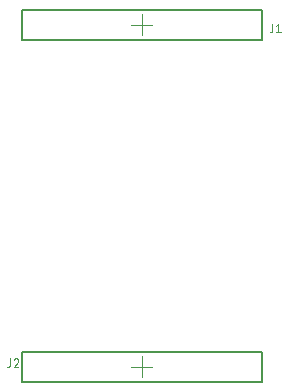
<source format=gto>
G75*
%MOIN*%
%OFA0B0*%
%FSLAX25Y25*%
%IPPOS*%
%LPD*%
%AMOC8*
5,1,8,0,0,1.08239X$1,22.5*
%
%ADD10C,0.00500*%
%ADD11C,0.00200*%
%ADD12C,0.00000*%
D10*
X0086500Y0002000D02*
X0166500Y0002000D01*
X0166500Y0012000D01*
X0086500Y0012000D01*
X0086500Y0002000D01*
X0086500Y0116000D02*
X0166500Y0116000D01*
X0166500Y0126000D01*
X0086500Y0126000D01*
X0086500Y0116000D01*
D11*
X0081911Y0007100D02*
X0081600Y0007100D01*
X0081911Y0007100D02*
X0081960Y0007102D01*
X0082008Y0007108D01*
X0082056Y0007117D01*
X0082103Y0007130D01*
X0082149Y0007147D01*
X0082193Y0007168D01*
X0082236Y0007192D01*
X0082277Y0007219D01*
X0082315Y0007249D01*
X0082351Y0007282D01*
X0082384Y0007318D01*
X0082414Y0007356D01*
X0082441Y0007397D01*
X0082465Y0007440D01*
X0082486Y0007484D01*
X0082503Y0007530D01*
X0082516Y0007577D01*
X0082525Y0007625D01*
X0082531Y0007673D01*
X0082533Y0007722D01*
X0082533Y0009900D01*
X0085080Y0008655D02*
X0085115Y0008692D01*
X0085148Y0008730D01*
X0085179Y0008771D01*
X0085206Y0008813D01*
X0085231Y0008858D01*
X0085252Y0008904D01*
X0085271Y0008951D01*
X0085286Y0008999D01*
X0085298Y0009049D01*
X0085306Y0009099D01*
X0085311Y0009149D01*
X0085313Y0009200D01*
X0085080Y0008656D02*
X0083758Y0007100D01*
X0085313Y0007100D01*
X0083758Y0009278D02*
X0083777Y0009331D01*
X0083799Y0009383D01*
X0083825Y0009433D01*
X0083854Y0009482D01*
X0083885Y0009529D01*
X0083920Y0009574D01*
X0083957Y0009616D01*
X0083997Y0009656D01*
X0084040Y0009693D01*
X0084084Y0009728D01*
X0084131Y0009760D01*
X0084180Y0009789D01*
X0084230Y0009814D01*
X0084282Y0009837D01*
X0084335Y0009856D01*
X0084389Y0009872D01*
X0084444Y0009884D01*
X0084500Y0009893D01*
X0084557Y0009898D01*
X0084613Y0009900D01*
X0084663Y0009898D01*
X0084713Y0009893D01*
X0084762Y0009884D01*
X0084810Y0009872D01*
X0084858Y0009856D01*
X0084904Y0009837D01*
X0084948Y0009814D01*
X0084991Y0009789D01*
X0085032Y0009760D01*
X0085071Y0009729D01*
X0085108Y0009695D01*
X0085142Y0009658D01*
X0085173Y0009619D01*
X0085202Y0009578D01*
X0085227Y0009535D01*
X0085250Y0009491D01*
X0085269Y0009445D01*
X0085285Y0009397D01*
X0085297Y0009349D01*
X0085306Y0009300D01*
X0085311Y0009250D01*
X0085313Y0009200D01*
X0169100Y0118600D02*
X0169411Y0118600D01*
X0169460Y0118602D01*
X0169508Y0118608D01*
X0169556Y0118617D01*
X0169603Y0118630D01*
X0169649Y0118647D01*
X0169693Y0118668D01*
X0169736Y0118692D01*
X0169777Y0118719D01*
X0169815Y0118749D01*
X0169851Y0118782D01*
X0169884Y0118818D01*
X0169914Y0118856D01*
X0169941Y0118897D01*
X0169965Y0118940D01*
X0169986Y0118984D01*
X0170003Y0119030D01*
X0170016Y0119077D01*
X0170025Y0119125D01*
X0170031Y0119173D01*
X0170033Y0119222D01*
X0170033Y0121400D01*
X0171258Y0120778D02*
X0172035Y0121400D01*
X0172035Y0118600D01*
X0171258Y0118600D02*
X0172813Y0118600D01*
D12*
X0130000Y0121000D02*
X0123000Y0121000D01*
X0126500Y0117500D02*
X0126500Y0124500D01*
X0126500Y0010500D02*
X0126500Y0003500D01*
X0123000Y0007000D02*
X0130000Y0007000D01*
M02*

</source>
